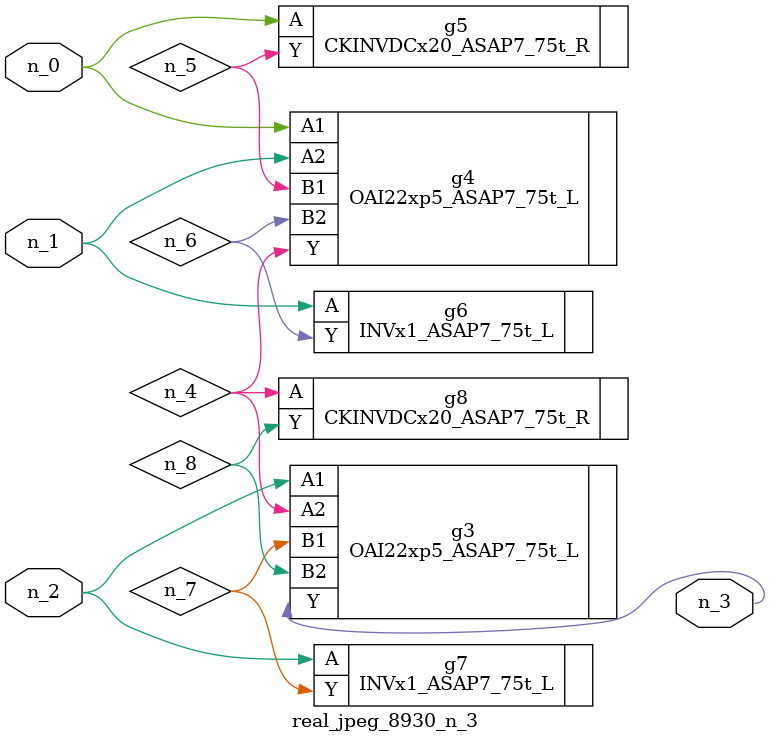
<source format=v>
module real_jpeg_8930_n_3 (n_1, n_0, n_2, n_3);

input n_1;
input n_0;
input n_2;

output n_3;

wire n_5;
wire n_4;
wire n_8;
wire n_6;
wire n_7;

OAI22xp5_ASAP7_75t_L g4 ( 
.A1(n_0),
.A2(n_1),
.B1(n_5),
.B2(n_6),
.Y(n_4)
);

CKINVDCx20_ASAP7_75t_R g5 ( 
.A(n_0),
.Y(n_5)
);

INVx1_ASAP7_75t_L g6 ( 
.A(n_1),
.Y(n_6)
);

OAI22xp5_ASAP7_75t_L g3 ( 
.A1(n_2),
.A2(n_4),
.B1(n_7),
.B2(n_8),
.Y(n_3)
);

INVx1_ASAP7_75t_L g7 ( 
.A(n_2),
.Y(n_7)
);

CKINVDCx20_ASAP7_75t_R g8 ( 
.A(n_4),
.Y(n_8)
);


endmodule
</source>
